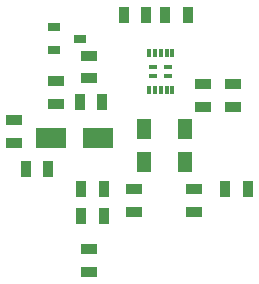
<source format=gbr>
%TF.GenerationSoftware,KiCad,Pcbnew,6.0.11+dfsg-1~bpo11+1*%
%TF.CreationDate,2023-06-15T01:27:34+00:00*%
%TF.ProjectId,I2CADC01,49324341-4443-4303-912e-6b696361645f,rev?*%
%TF.SameCoordinates,Original*%
%TF.FileFunction,Paste,Bot*%
%TF.FilePolarity,Positive*%
%FSLAX46Y46*%
G04 Gerber Fmt 4.6, Leading zero omitted, Abs format (unit mm)*
G04 Created by KiCad (PCBNEW 6.0.11+dfsg-1~bpo11+1) date 2023-06-15 01:27:34*
%MOMM*%
%LPD*%
G01*
G04 APERTURE LIST*
%ADD10R,0.889000X1.397000*%
%ADD11R,1.397000X0.889000*%
%ADD12R,2.499360X1.800860*%
%ADD13R,1.300480X1.699260*%
%ADD14R,0.300000X0.650000*%
%ADD15R,0.744000X0.465000*%
%ADD16R,1.000760X0.800100*%
G04 APERTURE END LIST*
D10*
%TO.C,C1*%
X22796500Y16256000D03*
X20891500Y16256000D03*
%TD*%
%TO.C,C2*%
X10604500Y16256000D03*
X8699500Y16256000D03*
%TD*%
D11*
%TO.C,C3*%
X21590000Y25082500D03*
X21590000Y23177500D03*
%TD*%
%TO.C,C4*%
X19050000Y25082500D03*
X19050000Y23177500D03*
%TD*%
D12*
%TO.C,D1*%
X10126980Y20574000D03*
X6129020Y20574000D03*
%TD*%
D13*
%TO.C,D2*%
X17498060Y18542000D03*
X13997940Y18542000D03*
%TD*%
%TO.C,D3*%
X13997940Y21336000D03*
X17498060Y21336000D03*
%TD*%
D11*
%TO.C,R1*%
X18288000Y16192500D03*
X18288000Y14287500D03*
%TD*%
%TO.C,R2*%
X13208000Y16192500D03*
X13208000Y14287500D03*
%TD*%
%TO.C,R3*%
X6604000Y25336500D03*
X6604000Y23431500D03*
%TD*%
D10*
%TO.C,R4*%
X17716500Y30988000D03*
X15811500Y30988000D03*
%TD*%
%TO.C,R5*%
X12319000Y30988000D03*
X14224000Y30988000D03*
%TD*%
D14*
%TO.C,U1*%
X16430500Y24612000D03*
X15930500Y24612000D03*
X15430500Y24612000D03*
X14930500Y24612000D03*
X14430500Y24612000D03*
X14430500Y27712000D03*
X14930500Y27712000D03*
X15430500Y27712000D03*
X15930500Y27712000D03*
X16430500Y27712000D03*
D15*
X14810500Y26549500D03*
X14810500Y25774500D03*
X16050500Y25774500D03*
X16050500Y26549500D03*
%TD*%
D16*
%TO.C,D4*%
X6393180Y28003500D03*
X6393180Y29908500D03*
X8592820Y28956000D03*
%TD*%
D11*
%TO.C,L1*%
X3048000Y20129500D03*
X3048000Y22034500D03*
%TD*%
D10*
%TO.C,C5*%
X5905500Y17907000D03*
X4000500Y17907000D03*
%TD*%
%TO.C,C6*%
X10477500Y23622000D03*
X8572500Y23622000D03*
%TD*%
D11*
%TO.C,C7*%
X9398000Y9207500D03*
X9398000Y11112500D03*
%TD*%
%TO.C,C8*%
X9398000Y25590500D03*
X9398000Y27495500D03*
%TD*%
D10*
%TO.C,R6*%
X8699500Y13970000D03*
X10604500Y13970000D03*
%TD*%
M02*

</source>
